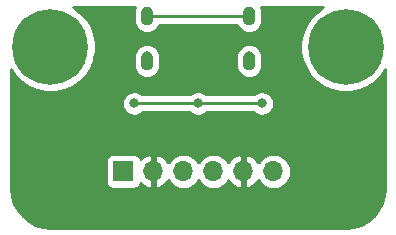
<source format=gbr>
G04 #@! TF.GenerationSoftware,KiCad,Pcbnew,(5.1.2-1)-1*
G04 #@! TF.CreationDate,2020-04-24T16:50:01+02:00*
G04 #@! TF.ProjectId,USB-C-Power-tester,5553422d-432d-4506-9f77-65722d746573,rev?*
G04 #@! TF.SameCoordinates,Original*
G04 #@! TF.FileFunction,Copper,L2,Bot*
G04 #@! TF.FilePolarity,Positive*
%FSLAX46Y46*%
G04 Gerber Fmt 4.6, Leading zero omitted, Abs format (unit mm)*
G04 Created by KiCad (PCBNEW (5.1.2-1)-1) date 2020-04-24 16:50:01*
%MOMM*%
%LPD*%
G04 APERTURE LIST*
%ADD10C,0.100000*%
%ADD11C,1.000000*%
%ADD12C,6.400000*%
%ADD13C,0.800000*%
%ADD14O,1.700000X1.700000*%
%ADD15R,1.700000X1.700000*%
%ADD16C,0.250000*%
%ADD17C,0.254000*%
G04 APERTURE END LIST*
D10*
G36*
X86869010Y-61402408D02*
G01*
X86917546Y-61409607D01*
X86965143Y-61421530D01*
X87011343Y-61438060D01*
X87055699Y-61459039D01*
X87097786Y-61484265D01*
X87137198Y-61513495D01*
X87173554Y-61546447D01*
X87206506Y-61582803D01*
X87235736Y-61622215D01*
X87260962Y-61664302D01*
X87281941Y-61708658D01*
X87298471Y-61754858D01*
X87310394Y-61802455D01*
X87317593Y-61850991D01*
X87320001Y-61900000D01*
X87320001Y-62500000D01*
X87317593Y-62549009D01*
X87310394Y-62597545D01*
X87298471Y-62645142D01*
X87281941Y-62691342D01*
X87260962Y-62735698D01*
X87235736Y-62777785D01*
X87206506Y-62817197D01*
X87173554Y-62853553D01*
X87137198Y-62886505D01*
X87097786Y-62915735D01*
X87055699Y-62940961D01*
X87011343Y-62961940D01*
X86965143Y-62978470D01*
X86917546Y-62990393D01*
X86869010Y-62997592D01*
X86820001Y-63000000D01*
X86819999Y-63000000D01*
X86770990Y-62997592D01*
X86722454Y-62990393D01*
X86674857Y-62978470D01*
X86628657Y-62961940D01*
X86584301Y-62940961D01*
X86542214Y-62915735D01*
X86502802Y-62886505D01*
X86466446Y-62853553D01*
X86433494Y-62817197D01*
X86404264Y-62777785D01*
X86379038Y-62735698D01*
X86358059Y-62691342D01*
X86341529Y-62645142D01*
X86329606Y-62597545D01*
X86322407Y-62549009D01*
X86319999Y-62500000D01*
X86319999Y-61900000D01*
X86322407Y-61850991D01*
X86329606Y-61802455D01*
X86341529Y-61754858D01*
X86358059Y-61708658D01*
X86379038Y-61664302D01*
X86404264Y-61622215D01*
X86433494Y-61582803D01*
X86466446Y-61546447D01*
X86502802Y-61513495D01*
X86542214Y-61484265D01*
X86584301Y-61459039D01*
X86628657Y-61438060D01*
X86674857Y-61421530D01*
X86722454Y-61409607D01*
X86770990Y-61402408D01*
X86819999Y-61400000D01*
X86820001Y-61400000D01*
X86869010Y-61402408D01*
X86869010Y-61402408D01*
G37*
D11*
X86820000Y-62200000D03*
D10*
G36*
X78229010Y-61402408D02*
G01*
X78277546Y-61409607D01*
X78325143Y-61421530D01*
X78371343Y-61438060D01*
X78415699Y-61459039D01*
X78457786Y-61484265D01*
X78497198Y-61513495D01*
X78533554Y-61546447D01*
X78566506Y-61582803D01*
X78595736Y-61622215D01*
X78620962Y-61664302D01*
X78641941Y-61708658D01*
X78658471Y-61754858D01*
X78670394Y-61802455D01*
X78677593Y-61850991D01*
X78680001Y-61900000D01*
X78680001Y-62500000D01*
X78677593Y-62549009D01*
X78670394Y-62597545D01*
X78658471Y-62645142D01*
X78641941Y-62691342D01*
X78620962Y-62735698D01*
X78595736Y-62777785D01*
X78566506Y-62817197D01*
X78533554Y-62853553D01*
X78497198Y-62886505D01*
X78457786Y-62915735D01*
X78415699Y-62940961D01*
X78371343Y-62961940D01*
X78325143Y-62978470D01*
X78277546Y-62990393D01*
X78229010Y-62997592D01*
X78180001Y-63000000D01*
X78179999Y-63000000D01*
X78130990Y-62997592D01*
X78082454Y-62990393D01*
X78034857Y-62978470D01*
X77988657Y-62961940D01*
X77944301Y-62940961D01*
X77902214Y-62915735D01*
X77862802Y-62886505D01*
X77826446Y-62853553D01*
X77793494Y-62817197D01*
X77764264Y-62777785D01*
X77739038Y-62735698D01*
X77718059Y-62691342D01*
X77701529Y-62645142D01*
X77689606Y-62597545D01*
X77682407Y-62549009D01*
X77679999Y-62500000D01*
X77679999Y-61900000D01*
X77682407Y-61850991D01*
X77689606Y-61802455D01*
X77701529Y-61754858D01*
X77718059Y-61708658D01*
X77739038Y-61664302D01*
X77764264Y-61622215D01*
X77793494Y-61582803D01*
X77826446Y-61546447D01*
X77862802Y-61513495D01*
X77902214Y-61484265D01*
X77944301Y-61459039D01*
X77988657Y-61438060D01*
X78034857Y-61421530D01*
X78082454Y-61409607D01*
X78130990Y-61402408D01*
X78179999Y-61400000D01*
X78180001Y-61400000D01*
X78229010Y-61402408D01*
X78229010Y-61402408D01*
G37*
D11*
X78180000Y-62200000D03*
D10*
G36*
X78229010Y-57602408D02*
G01*
X78277546Y-57609607D01*
X78325143Y-57621530D01*
X78371343Y-57638060D01*
X78415699Y-57659039D01*
X78457786Y-57684265D01*
X78497198Y-57713495D01*
X78533554Y-57746447D01*
X78566506Y-57782803D01*
X78595736Y-57822215D01*
X78620962Y-57864302D01*
X78641941Y-57908658D01*
X78658471Y-57954858D01*
X78670394Y-58002455D01*
X78677593Y-58050991D01*
X78680001Y-58100000D01*
X78680001Y-58700000D01*
X78677593Y-58749009D01*
X78670394Y-58797545D01*
X78658471Y-58845142D01*
X78641941Y-58891342D01*
X78620962Y-58935698D01*
X78595736Y-58977785D01*
X78566506Y-59017197D01*
X78533554Y-59053553D01*
X78497198Y-59086505D01*
X78457786Y-59115735D01*
X78415699Y-59140961D01*
X78371343Y-59161940D01*
X78325143Y-59178470D01*
X78277546Y-59190393D01*
X78229010Y-59197592D01*
X78180001Y-59200000D01*
X78179999Y-59200000D01*
X78130990Y-59197592D01*
X78082454Y-59190393D01*
X78034857Y-59178470D01*
X77988657Y-59161940D01*
X77944301Y-59140961D01*
X77902214Y-59115735D01*
X77862802Y-59086505D01*
X77826446Y-59053553D01*
X77793494Y-59017197D01*
X77764264Y-58977785D01*
X77739038Y-58935698D01*
X77718059Y-58891342D01*
X77701529Y-58845142D01*
X77689606Y-58797545D01*
X77682407Y-58749009D01*
X77679999Y-58700000D01*
X77679999Y-58100000D01*
X77682407Y-58050991D01*
X77689606Y-58002455D01*
X77701529Y-57954858D01*
X77718059Y-57908658D01*
X77739038Y-57864302D01*
X77764264Y-57822215D01*
X77793494Y-57782803D01*
X77826446Y-57746447D01*
X77862802Y-57713495D01*
X77902214Y-57684265D01*
X77944301Y-57659039D01*
X77988657Y-57638060D01*
X78034857Y-57621530D01*
X78082454Y-57609607D01*
X78130990Y-57602408D01*
X78179999Y-57600000D01*
X78180001Y-57600000D01*
X78229010Y-57602408D01*
X78229010Y-57602408D01*
G37*
D11*
X78180000Y-58400000D03*
D10*
G36*
X86869010Y-57602408D02*
G01*
X86917546Y-57609607D01*
X86965143Y-57621530D01*
X87011343Y-57638060D01*
X87055699Y-57659039D01*
X87097786Y-57684265D01*
X87137198Y-57713495D01*
X87173554Y-57746447D01*
X87206506Y-57782803D01*
X87235736Y-57822215D01*
X87260962Y-57864302D01*
X87281941Y-57908658D01*
X87298471Y-57954858D01*
X87310394Y-58002455D01*
X87317593Y-58050991D01*
X87320001Y-58100000D01*
X87320001Y-58700000D01*
X87317593Y-58749009D01*
X87310394Y-58797545D01*
X87298471Y-58845142D01*
X87281941Y-58891342D01*
X87260962Y-58935698D01*
X87235736Y-58977785D01*
X87206506Y-59017197D01*
X87173554Y-59053553D01*
X87137198Y-59086505D01*
X87097786Y-59115735D01*
X87055699Y-59140961D01*
X87011343Y-59161940D01*
X86965143Y-59178470D01*
X86917546Y-59190393D01*
X86869010Y-59197592D01*
X86820001Y-59200000D01*
X86819999Y-59200000D01*
X86770990Y-59197592D01*
X86722454Y-59190393D01*
X86674857Y-59178470D01*
X86628657Y-59161940D01*
X86584301Y-59140961D01*
X86542214Y-59115735D01*
X86502802Y-59086505D01*
X86466446Y-59053553D01*
X86433494Y-59017197D01*
X86404264Y-58977785D01*
X86379038Y-58935698D01*
X86358059Y-58891342D01*
X86341529Y-58845142D01*
X86329606Y-58797545D01*
X86322407Y-58749009D01*
X86319999Y-58700000D01*
X86319999Y-58100000D01*
X86322407Y-58050991D01*
X86329606Y-58002455D01*
X86341529Y-57954858D01*
X86358059Y-57908658D01*
X86379038Y-57864302D01*
X86404264Y-57822215D01*
X86433494Y-57782803D01*
X86466446Y-57746447D01*
X86502802Y-57713495D01*
X86542214Y-57684265D01*
X86584301Y-57659039D01*
X86628657Y-57638060D01*
X86674857Y-57621530D01*
X86722454Y-57609607D01*
X86770990Y-57602408D01*
X86819999Y-57600000D01*
X86820001Y-57600000D01*
X86869010Y-57602408D01*
X86869010Y-57602408D01*
G37*
D11*
X86820000Y-58400000D03*
D12*
X95000000Y-61000000D03*
D13*
X71697056Y-59302944D03*
X70000000Y-58600000D03*
X68302944Y-59302944D03*
X67600000Y-61000000D03*
X68302944Y-62697056D03*
X70000000Y-63400000D03*
X71697056Y-62697056D03*
X72400000Y-61000000D03*
D12*
X70000000Y-61000000D03*
D14*
X88870000Y-71550000D03*
X86330000Y-71550000D03*
X83790000Y-71550000D03*
X81250000Y-71550000D03*
X78710000Y-71550000D03*
D15*
X76170000Y-71550000D03*
D11*
X80900000Y-63800000D03*
X84100000Y-63800000D03*
X80900000Y-60600000D03*
X84100000Y-60600000D03*
D13*
X87900000Y-68300000D03*
X77100000Y-68250000D03*
X82500000Y-65800000D03*
X77100000Y-65800000D03*
X87900000Y-65800000D03*
D16*
X78500000Y-65800000D02*
X82500000Y-65800000D01*
X77100000Y-65800000D02*
X78500000Y-65800000D01*
X86500000Y-65800000D02*
X82500000Y-65800000D01*
X87900000Y-65800000D02*
X86500000Y-65800000D01*
X86820000Y-58400000D02*
X78180000Y-58400000D01*
D17*
G36*
X77128558Y-57664479D02*
G01*
X77063795Y-57877973D01*
X77041927Y-58100000D01*
X77041927Y-58700000D01*
X77063795Y-58922027D01*
X77128558Y-59135521D01*
X77233727Y-59332279D01*
X77375261Y-59504738D01*
X77547720Y-59646272D01*
X77744478Y-59751441D01*
X77957972Y-59816204D01*
X78179999Y-59838072D01*
X78180001Y-59838072D01*
X78402028Y-59816204D01*
X78615522Y-59751441D01*
X78812280Y-59646272D01*
X78984739Y-59504738D01*
X79126273Y-59332279D01*
X79218358Y-59160000D01*
X85781642Y-59160000D01*
X85873727Y-59332279D01*
X86015261Y-59504738D01*
X86187720Y-59646272D01*
X86384478Y-59751441D01*
X86597972Y-59816204D01*
X86819999Y-59838072D01*
X86820001Y-59838072D01*
X87042028Y-59816204D01*
X87255522Y-59751441D01*
X87452280Y-59646272D01*
X87624739Y-59504738D01*
X87766273Y-59332279D01*
X87871442Y-59135521D01*
X87936205Y-58922027D01*
X87958073Y-58700000D01*
X87958073Y-58100000D01*
X87936205Y-57877973D01*
X87871442Y-57664479D01*
X87869048Y-57660000D01*
X93095845Y-57660000D01*
X92555330Y-58021161D01*
X92021161Y-58555330D01*
X91601467Y-59183446D01*
X91312377Y-59881372D01*
X91165000Y-60622285D01*
X91165000Y-61377715D01*
X91312377Y-62118628D01*
X91601467Y-62816554D01*
X92021161Y-63444670D01*
X92555330Y-63978839D01*
X93183446Y-64398533D01*
X93881372Y-64687623D01*
X94622285Y-64835000D01*
X95377715Y-64835000D01*
X96118628Y-64687623D01*
X96816554Y-64398533D01*
X97444670Y-63978839D01*
X97978839Y-63444670D01*
X98340001Y-62904154D01*
X98340000Y-72967721D01*
X98273286Y-73648126D01*
X98085057Y-74271570D01*
X97779323Y-74846573D01*
X97367721Y-75351248D01*
X96865933Y-75766362D01*
X96293077Y-76076104D01*
X95670961Y-76268682D01*
X94992417Y-76340000D01*
X70032279Y-76340000D01*
X69351874Y-76273286D01*
X68728430Y-76085057D01*
X68153427Y-75779323D01*
X67648752Y-75367721D01*
X67233638Y-74865933D01*
X66923896Y-74293077D01*
X66731318Y-73670961D01*
X66660000Y-72992417D01*
X66660000Y-70700000D01*
X74681928Y-70700000D01*
X74681928Y-72400000D01*
X74694188Y-72524482D01*
X74730498Y-72644180D01*
X74789463Y-72754494D01*
X74868815Y-72851185D01*
X74965506Y-72930537D01*
X75075820Y-72989502D01*
X75195518Y-73025812D01*
X75320000Y-73038072D01*
X77020000Y-73038072D01*
X77144482Y-73025812D01*
X77264180Y-72989502D01*
X77374494Y-72930537D01*
X77471185Y-72851185D01*
X77550537Y-72754494D01*
X77609502Y-72644180D01*
X77633966Y-72563534D01*
X77709731Y-72647588D01*
X77943080Y-72821641D01*
X78205901Y-72946825D01*
X78353110Y-72991476D01*
X78583000Y-72870155D01*
X78583000Y-71677000D01*
X78563000Y-71677000D01*
X78563000Y-71423000D01*
X78583000Y-71423000D01*
X78583000Y-70229845D01*
X78837000Y-70229845D01*
X78837000Y-71423000D01*
X78857000Y-71423000D01*
X78857000Y-71677000D01*
X78837000Y-71677000D01*
X78837000Y-72870155D01*
X79066890Y-72991476D01*
X79214099Y-72946825D01*
X79476920Y-72821641D01*
X79710269Y-72647588D01*
X79905178Y-72431355D01*
X79974799Y-72314477D01*
X80009294Y-72379014D01*
X80194866Y-72605134D01*
X80420986Y-72790706D01*
X80678966Y-72928599D01*
X80958889Y-73013513D01*
X81177050Y-73035000D01*
X81322950Y-73035000D01*
X81541111Y-73013513D01*
X81821034Y-72928599D01*
X82079014Y-72790706D01*
X82305134Y-72605134D01*
X82490706Y-72379014D01*
X82520000Y-72324209D01*
X82549294Y-72379014D01*
X82734866Y-72605134D01*
X82960986Y-72790706D01*
X83218966Y-72928599D01*
X83498889Y-73013513D01*
X83717050Y-73035000D01*
X83862950Y-73035000D01*
X84081111Y-73013513D01*
X84361034Y-72928599D01*
X84619014Y-72790706D01*
X84845134Y-72605134D01*
X85030706Y-72379014D01*
X85065201Y-72314477D01*
X85134822Y-72431355D01*
X85329731Y-72647588D01*
X85563080Y-72821641D01*
X85825901Y-72946825D01*
X85973110Y-72991476D01*
X86203000Y-72870155D01*
X86203000Y-71677000D01*
X86183000Y-71677000D01*
X86183000Y-71423000D01*
X86203000Y-71423000D01*
X86203000Y-70229845D01*
X86457000Y-70229845D01*
X86457000Y-71423000D01*
X86477000Y-71423000D01*
X86477000Y-71677000D01*
X86457000Y-71677000D01*
X86457000Y-72870155D01*
X86686890Y-72991476D01*
X86834099Y-72946825D01*
X87096920Y-72821641D01*
X87330269Y-72647588D01*
X87525178Y-72431355D01*
X87594799Y-72314477D01*
X87629294Y-72379014D01*
X87814866Y-72605134D01*
X88040986Y-72790706D01*
X88298966Y-72928599D01*
X88578889Y-73013513D01*
X88797050Y-73035000D01*
X88942950Y-73035000D01*
X89161111Y-73013513D01*
X89441034Y-72928599D01*
X89699014Y-72790706D01*
X89925134Y-72605134D01*
X90110706Y-72379014D01*
X90248599Y-72121034D01*
X90333513Y-71841111D01*
X90362185Y-71550000D01*
X90333513Y-71258889D01*
X90248599Y-70978966D01*
X90110706Y-70720986D01*
X89925134Y-70494866D01*
X89699014Y-70309294D01*
X89441034Y-70171401D01*
X89161111Y-70086487D01*
X88942950Y-70065000D01*
X88797050Y-70065000D01*
X88578889Y-70086487D01*
X88298966Y-70171401D01*
X88040986Y-70309294D01*
X87814866Y-70494866D01*
X87629294Y-70720986D01*
X87594799Y-70785523D01*
X87525178Y-70668645D01*
X87330269Y-70452412D01*
X87096920Y-70278359D01*
X86834099Y-70153175D01*
X86686890Y-70108524D01*
X86457000Y-70229845D01*
X86203000Y-70229845D01*
X85973110Y-70108524D01*
X85825901Y-70153175D01*
X85563080Y-70278359D01*
X85329731Y-70452412D01*
X85134822Y-70668645D01*
X85065201Y-70785523D01*
X85030706Y-70720986D01*
X84845134Y-70494866D01*
X84619014Y-70309294D01*
X84361034Y-70171401D01*
X84081111Y-70086487D01*
X83862950Y-70065000D01*
X83717050Y-70065000D01*
X83498889Y-70086487D01*
X83218966Y-70171401D01*
X82960986Y-70309294D01*
X82734866Y-70494866D01*
X82549294Y-70720986D01*
X82520000Y-70775791D01*
X82490706Y-70720986D01*
X82305134Y-70494866D01*
X82079014Y-70309294D01*
X81821034Y-70171401D01*
X81541111Y-70086487D01*
X81322950Y-70065000D01*
X81177050Y-70065000D01*
X80958889Y-70086487D01*
X80678966Y-70171401D01*
X80420986Y-70309294D01*
X80194866Y-70494866D01*
X80009294Y-70720986D01*
X79974799Y-70785523D01*
X79905178Y-70668645D01*
X79710269Y-70452412D01*
X79476920Y-70278359D01*
X79214099Y-70153175D01*
X79066890Y-70108524D01*
X78837000Y-70229845D01*
X78583000Y-70229845D01*
X78353110Y-70108524D01*
X78205901Y-70153175D01*
X77943080Y-70278359D01*
X77709731Y-70452412D01*
X77633966Y-70536466D01*
X77609502Y-70455820D01*
X77550537Y-70345506D01*
X77471185Y-70248815D01*
X77374494Y-70169463D01*
X77264180Y-70110498D01*
X77144482Y-70074188D01*
X77020000Y-70061928D01*
X75320000Y-70061928D01*
X75195518Y-70074188D01*
X75075820Y-70110498D01*
X74965506Y-70169463D01*
X74868815Y-70248815D01*
X74789463Y-70345506D01*
X74730498Y-70455820D01*
X74694188Y-70575518D01*
X74681928Y-70700000D01*
X66660000Y-70700000D01*
X66660000Y-65698061D01*
X76065000Y-65698061D01*
X76065000Y-65901939D01*
X76104774Y-66101898D01*
X76182795Y-66290256D01*
X76296063Y-66459774D01*
X76440226Y-66603937D01*
X76609744Y-66717205D01*
X76798102Y-66795226D01*
X76998061Y-66835000D01*
X77201939Y-66835000D01*
X77401898Y-66795226D01*
X77590256Y-66717205D01*
X77759774Y-66603937D01*
X77803711Y-66560000D01*
X81796289Y-66560000D01*
X81840226Y-66603937D01*
X82009744Y-66717205D01*
X82198102Y-66795226D01*
X82398061Y-66835000D01*
X82601939Y-66835000D01*
X82801898Y-66795226D01*
X82990256Y-66717205D01*
X83159774Y-66603937D01*
X83203711Y-66560000D01*
X87196289Y-66560000D01*
X87240226Y-66603937D01*
X87409744Y-66717205D01*
X87598102Y-66795226D01*
X87798061Y-66835000D01*
X88001939Y-66835000D01*
X88201898Y-66795226D01*
X88390256Y-66717205D01*
X88559774Y-66603937D01*
X88703937Y-66459774D01*
X88817205Y-66290256D01*
X88895226Y-66101898D01*
X88935000Y-65901939D01*
X88935000Y-65698061D01*
X88895226Y-65498102D01*
X88817205Y-65309744D01*
X88703937Y-65140226D01*
X88559774Y-64996063D01*
X88390256Y-64882795D01*
X88201898Y-64804774D01*
X88001939Y-64765000D01*
X87798061Y-64765000D01*
X87598102Y-64804774D01*
X87409744Y-64882795D01*
X87240226Y-64996063D01*
X87196289Y-65040000D01*
X83203711Y-65040000D01*
X83159774Y-64996063D01*
X82990256Y-64882795D01*
X82801898Y-64804774D01*
X82601939Y-64765000D01*
X82398061Y-64765000D01*
X82198102Y-64804774D01*
X82009744Y-64882795D01*
X81840226Y-64996063D01*
X81796289Y-65040000D01*
X77803711Y-65040000D01*
X77759774Y-64996063D01*
X77590256Y-64882795D01*
X77401898Y-64804774D01*
X77201939Y-64765000D01*
X76998061Y-64765000D01*
X76798102Y-64804774D01*
X76609744Y-64882795D01*
X76440226Y-64996063D01*
X76296063Y-65140226D01*
X76182795Y-65309744D01*
X76104774Y-65498102D01*
X76065000Y-65698061D01*
X66660000Y-65698061D01*
X66660000Y-62904155D01*
X67021161Y-63444670D01*
X67555330Y-63978839D01*
X68183446Y-64398533D01*
X68881372Y-64687623D01*
X69622285Y-64835000D01*
X70377715Y-64835000D01*
X71118628Y-64687623D01*
X71816554Y-64398533D01*
X72444670Y-63978839D01*
X72978839Y-63444670D01*
X73398533Y-62816554D01*
X73687623Y-62118628D01*
X73731110Y-61900000D01*
X77041927Y-61900000D01*
X77041927Y-62500000D01*
X77063795Y-62722027D01*
X77128558Y-62935521D01*
X77233727Y-63132279D01*
X77375261Y-63304738D01*
X77547720Y-63446272D01*
X77744478Y-63551441D01*
X77957972Y-63616204D01*
X78179999Y-63638072D01*
X78180001Y-63638072D01*
X78402028Y-63616204D01*
X78615522Y-63551441D01*
X78812280Y-63446272D01*
X78984739Y-63304738D01*
X79126273Y-63132279D01*
X79231442Y-62935521D01*
X79296205Y-62722027D01*
X79318073Y-62500000D01*
X79318073Y-61900000D01*
X85681927Y-61900000D01*
X85681927Y-62500000D01*
X85703795Y-62722027D01*
X85768558Y-62935521D01*
X85873727Y-63132279D01*
X86015261Y-63304738D01*
X86187720Y-63446272D01*
X86384478Y-63551441D01*
X86597972Y-63616204D01*
X86819999Y-63638072D01*
X86820001Y-63638072D01*
X87042028Y-63616204D01*
X87255522Y-63551441D01*
X87452280Y-63446272D01*
X87624739Y-63304738D01*
X87766273Y-63132279D01*
X87871442Y-62935521D01*
X87936205Y-62722027D01*
X87958073Y-62500000D01*
X87958073Y-61900000D01*
X87936205Y-61677973D01*
X87871442Y-61464479D01*
X87766273Y-61267721D01*
X87624739Y-61095262D01*
X87452280Y-60953728D01*
X87255522Y-60848559D01*
X87042028Y-60783796D01*
X86820001Y-60761928D01*
X86819999Y-60761928D01*
X86597972Y-60783796D01*
X86384478Y-60848559D01*
X86187720Y-60953728D01*
X86015261Y-61095262D01*
X85873727Y-61267721D01*
X85768558Y-61464479D01*
X85703795Y-61677973D01*
X85681927Y-61900000D01*
X79318073Y-61900000D01*
X79296205Y-61677973D01*
X79231442Y-61464479D01*
X79126273Y-61267721D01*
X78984739Y-61095262D01*
X78812280Y-60953728D01*
X78615522Y-60848559D01*
X78402028Y-60783796D01*
X78180001Y-60761928D01*
X78179999Y-60761928D01*
X77957972Y-60783796D01*
X77744478Y-60848559D01*
X77547720Y-60953728D01*
X77375261Y-61095262D01*
X77233727Y-61267721D01*
X77128558Y-61464479D01*
X77063795Y-61677973D01*
X77041927Y-61900000D01*
X73731110Y-61900000D01*
X73835000Y-61377715D01*
X73835000Y-60622285D01*
X73687623Y-59881372D01*
X73398533Y-59183446D01*
X72978839Y-58555330D01*
X72444670Y-58021161D01*
X71904155Y-57660000D01*
X77130952Y-57660000D01*
X77128558Y-57664479D01*
X77128558Y-57664479D01*
G37*
X77128558Y-57664479D02*
X77063795Y-57877973D01*
X77041927Y-58100000D01*
X77041927Y-58700000D01*
X77063795Y-58922027D01*
X77128558Y-59135521D01*
X77233727Y-59332279D01*
X77375261Y-59504738D01*
X77547720Y-59646272D01*
X77744478Y-59751441D01*
X77957972Y-59816204D01*
X78179999Y-59838072D01*
X78180001Y-59838072D01*
X78402028Y-59816204D01*
X78615522Y-59751441D01*
X78812280Y-59646272D01*
X78984739Y-59504738D01*
X79126273Y-59332279D01*
X79218358Y-59160000D01*
X85781642Y-59160000D01*
X85873727Y-59332279D01*
X86015261Y-59504738D01*
X86187720Y-59646272D01*
X86384478Y-59751441D01*
X86597972Y-59816204D01*
X86819999Y-59838072D01*
X86820001Y-59838072D01*
X87042028Y-59816204D01*
X87255522Y-59751441D01*
X87452280Y-59646272D01*
X87624739Y-59504738D01*
X87766273Y-59332279D01*
X87871442Y-59135521D01*
X87936205Y-58922027D01*
X87958073Y-58700000D01*
X87958073Y-58100000D01*
X87936205Y-57877973D01*
X87871442Y-57664479D01*
X87869048Y-57660000D01*
X93095845Y-57660000D01*
X92555330Y-58021161D01*
X92021161Y-58555330D01*
X91601467Y-59183446D01*
X91312377Y-59881372D01*
X91165000Y-60622285D01*
X91165000Y-61377715D01*
X91312377Y-62118628D01*
X91601467Y-62816554D01*
X92021161Y-63444670D01*
X92555330Y-63978839D01*
X93183446Y-64398533D01*
X93881372Y-64687623D01*
X94622285Y-64835000D01*
X95377715Y-64835000D01*
X96118628Y-64687623D01*
X96816554Y-64398533D01*
X97444670Y-63978839D01*
X97978839Y-63444670D01*
X98340001Y-62904154D01*
X98340000Y-72967721D01*
X98273286Y-73648126D01*
X98085057Y-74271570D01*
X97779323Y-74846573D01*
X97367721Y-75351248D01*
X96865933Y-75766362D01*
X96293077Y-76076104D01*
X95670961Y-76268682D01*
X94992417Y-76340000D01*
X70032279Y-76340000D01*
X69351874Y-76273286D01*
X68728430Y-76085057D01*
X68153427Y-75779323D01*
X67648752Y-75367721D01*
X67233638Y-74865933D01*
X66923896Y-74293077D01*
X66731318Y-73670961D01*
X66660000Y-72992417D01*
X66660000Y-70700000D01*
X74681928Y-70700000D01*
X74681928Y-72400000D01*
X74694188Y-72524482D01*
X74730498Y-72644180D01*
X74789463Y-72754494D01*
X74868815Y-72851185D01*
X74965506Y-72930537D01*
X75075820Y-72989502D01*
X75195518Y-73025812D01*
X75320000Y-73038072D01*
X77020000Y-73038072D01*
X77144482Y-73025812D01*
X77264180Y-72989502D01*
X77374494Y-72930537D01*
X77471185Y-72851185D01*
X77550537Y-72754494D01*
X77609502Y-72644180D01*
X77633966Y-72563534D01*
X77709731Y-72647588D01*
X77943080Y-72821641D01*
X78205901Y-72946825D01*
X78353110Y-72991476D01*
X78583000Y-72870155D01*
X78583000Y-71677000D01*
X78563000Y-71677000D01*
X78563000Y-71423000D01*
X78583000Y-71423000D01*
X78583000Y-70229845D01*
X78837000Y-70229845D01*
X78837000Y-71423000D01*
X78857000Y-71423000D01*
X78857000Y-71677000D01*
X78837000Y-71677000D01*
X78837000Y-72870155D01*
X79066890Y-72991476D01*
X79214099Y-72946825D01*
X79476920Y-72821641D01*
X79710269Y-72647588D01*
X79905178Y-72431355D01*
X79974799Y-72314477D01*
X80009294Y-72379014D01*
X80194866Y-72605134D01*
X80420986Y-72790706D01*
X80678966Y-72928599D01*
X80958889Y-73013513D01*
X81177050Y-73035000D01*
X81322950Y-73035000D01*
X81541111Y-73013513D01*
X81821034Y-72928599D01*
X82079014Y-72790706D01*
X82305134Y-72605134D01*
X82490706Y-72379014D01*
X82520000Y-72324209D01*
X82549294Y-72379014D01*
X82734866Y-72605134D01*
X82960986Y-72790706D01*
X83218966Y-72928599D01*
X83498889Y-73013513D01*
X83717050Y-73035000D01*
X83862950Y-73035000D01*
X84081111Y-73013513D01*
X84361034Y-72928599D01*
X84619014Y-72790706D01*
X84845134Y-72605134D01*
X85030706Y-72379014D01*
X85065201Y-72314477D01*
X85134822Y-72431355D01*
X85329731Y-72647588D01*
X85563080Y-72821641D01*
X85825901Y-72946825D01*
X85973110Y-72991476D01*
X86203000Y-72870155D01*
X86203000Y-71677000D01*
X86183000Y-71677000D01*
X86183000Y-71423000D01*
X86203000Y-71423000D01*
X86203000Y-70229845D01*
X86457000Y-70229845D01*
X86457000Y-71423000D01*
X86477000Y-71423000D01*
X86477000Y-71677000D01*
X86457000Y-71677000D01*
X86457000Y-72870155D01*
X86686890Y-72991476D01*
X86834099Y-72946825D01*
X87096920Y-72821641D01*
X87330269Y-72647588D01*
X87525178Y-72431355D01*
X87594799Y-72314477D01*
X87629294Y-72379014D01*
X87814866Y-72605134D01*
X88040986Y-72790706D01*
X88298966Y-72928599D01*
X88578889Y-73013513D01*
X88797050Y-73035000D01*
X88942950Y-73035000D01*
X89161111Y-73013513D01*
X89441034Y-72928599D01*
X89699014Y-72790706D01*
X89925134Y-72605134D01*
X90110706Y-72379014D01*
X90248599Y-72121034D01*
X90333513Y-71841111D01*
X90362185Y-71550000D01*
X90333513Y-71258889D01*
X90248599Y-70978966D01*
X90110706Y-70720986D01*
X89925134Y-70494866D01*
X89699014Y-70309294D01*
X89441034Y-70171401D01*
X89161111Y-70086487D01*
X88942950Y-70065000D01*
X88797050Y-70065000D01*
X88578889Y-70086487D01*
X88298966Y-70171401D01*
X88040986Y-70309294D01*
X87814866Y-70494866D01*
X87629294Y-70720986D01*
X87594799Y-70785523D01*
X87525178Y-70668645D01*
X87330269Y-70452412D01*
X87096920Y-70278359D01*
X86834099Y-70153175D01*
X86686890Y-70108524D01*
X86457000Y-70229845D01*
X86203000Y-70229845D01*
X85973110Y-70108524D01*
X85825901Y-70153175D01*
X85563080Y-70278359D01*
X85329731Y-70452412D01*
X85134822Y-70668645D01*
X85065201Y-70785523D01*
X85030706Y-70720986D01*
X84845134Y-70494866D01*
X84619014Y-70309294D01*
X84361034Y-70171401D01*
X84081111Y-70086487D01*
X83862950Y-70065000D01*
X83717050Y-70065000D01*
X83498889Y-70086487D01*
X83218966Y-70171401D01*
X82960986Y-70309294D01*
X82734866Y-70494866D01*
X82549294Y-70720986D01*
X82520000Y-70775791D01*
X82490706Y-70720986D01*
X82305134Y-70494866D01*
X82079014Y-70309294D01*
X81821034Y-70171401D01*
X81541111Y-70086487D01*
X81322950Y-70065000D01*
X81177050Y-70065000D01*
X80958889Y-70086487D01*
X80678966Y-70171401D01*
X80420986Y-70309294D01*
X80194866Y-70494866D01*
X80009294Y-70720986D01*
X79974799Y-70785523D01*
X79905178Y-70668645D01*
X79710269Y-70452412D01*
X79476920Y-70278359D01*
X79214099Y-70153175D01*
X79066890Y-70108524D01*
X78837000Y-70229845D01*
X78583000Y-70229845D01*
X78353110Y-70108524D01*
X78205901Y-70153175D01*
X77943080Y-70278359D01*
X77709731Y-70452412D01*
X77633966Y-70536466D01*
X77609502Y-70455820D01*
X77550537Y-70345506D01*
X77471185Y-70248815D01*
X77374494Y-70169463D01*
X77264180Y-70110498D01*
X77144482Y-70074188D01*
X77020000Y-70061928D01*
X75320000Y-70061928D01*
X75195518Y-70074188D01*
X75075820Y-70110498D01*
X74965506Y-70169463D01*
X74868815Y-70248815D01*
X74789463Y-70345506D01*
X74730498Y-70455820D01*
X74694188Y-70575518D01*
X74681928Y-70700000D01*
X66660000Y-70700000D01*
X66660000Y-65698061D01*
X76065000Y-65698061D01*
X76065000Y-65901939D01*
X76104774Y-66101898D01*
X76182795Y-66290256D01*
X76296063Y-66459774D01*
X76440226Y-66603937D01*
X76609744Y-66717205D01*
X76798102Y-66795226D01*
X76998061Y-66835000D01*
X77201939Y-66835000D01*
X77401898Y-66795226D01*
X77590256Y-66717205D01*
X77759774Y-66603937D01*
X77803711Y-66560000D01*
X81796289Y-66560000D01*
X81840226Y-66603937D01*
X82009744Y-66717205D01*
X82198102Y-66795226D01*
X82398061Y-66835000D01*
X82601939Y-66835000D01*
X82801898Y-66795226D01*
X82990256Y-66717205D01*
X83159774Y-66603937D01*
X83203711Y-66560000D01*
X87196289Y-66560000D01*
X87240226Y-66603937D01*
X87409744Y-66717205D01*
X87598102Y-66795226D01*
X87798061Y-66835000D01*
X88001939Y-66835000D01*
X88201898Y-66795226D01*
X88390256Y-66717205D01*
X88559774Y-66603937D01*
X88703937Y-66459774D01*
X88817205Y-66290256D01*
X88895226Y-66101898D01*
X88935000Y-65901939D01*
X88935000Y-65698061D01*
X88895226Y-65498102D01*
X88817205Y-65309744D01*
X88703937Y-65140226D01*
X88559774Y-64996063D01*
X88390256Y-64882795D01*
X88201898Y-64804774D01*
X88001939Y-64765000D01*
X87798061Y-64765000D01*
X87598102Y-64804774D01*
X87409744Y-64882795D01*
X87240226Y-64996063D01*
X87196289Y-65040000D01*
X83203711Y-65040000D01*
X83159774Y-64996063D01*
X82990256Y-64882795D01*
X82801898Y-64804774D01*
X82601939Y-64765000D01*
X82398061Y-64765000D01*
X82198102Y-64804774D01*
X82009744Y-64882795D01*
X81840226Y-64996063D01*
X81796289Y-65040000D01*
X77803711Y-65040000D01*
X77759774Y-64996063D01*
X77590256Y-64882795D01*
X77401898Y-64804774D01*
X77201939Y-64765000D01*
X76998061Y-64765000D01*
X76798102Y-64804774D01*
X76609744Y-64882795D01*
X76440226Y-64996063D01*
X76296063Y-65140226D01*
X76182795Y-65309744D01*
X76104774Y-65498102D01*
X76065000Y-65698061D01*
X66660000Y-65698061D01*
X66660000Y-62904155D01*
X67021161Y-63444670D01*
X67555330Y-63978839D01*
X68183446Y-64398533D01*
X68881372Y-64687623D01*
X69622285Y-64835000D01*
X70377715Y-64835000D01*
X71118628Y-64687623D01*
X71816554Y-64398533D01*
X72444670Y-63978839D01*
X72978839Y-63444670D01*
X73398533Y-62816554D01*
X73687623Y-62118628D01*
X73731110Y-61900000D01*
X77041927Y-61900000D01*
X77041927Y-62500000D01*
X77063795Y-62722027D01*
X77128558Y-62935521D01*
X77233727Y-63132279D01*
X77375261Y-63304738D01*
X77547720Y-63446272D01*
X77744478Y-63551441D01*
X77957972Y-63616204D01*
X78179999Y-63638072D01*
X78180001Y-63638072D01*
X78402028Y-63616204D01*
X78615522Y-63551441D01*
X78812280Y-63446272D01*
X78984739Y-63304738D01*
X79126273Y-63132279D01*
X79231442Y-62935521D01*
X79296205Y-62722027D01*
X79318073Y-62500000D01*
X79318073Y-61900000D01*
X85681927Y-61900000D01*
X85681927Y-62500000D01*
X85703795Y-62722027D01*
X85768558Y-62935521D01*
X85873727Y-63132279D01*
X86015261Y-63304738D01*
X86187720Y-63446272D01*
X86384478Y-63551441D01*
X86597972Y-63616204D01*
X86819999Y-63638072D01*
X86820001Y-63638072D01*
X87042028Y-63616204D01*
X87255522Y-63551441D01*
X87452280Y-63446272D01*
X87624739Y-63304738D01*
X87766273Y-63132279D01*
X87871442Y-62935521D01*
X87936205Y-62722027D01*
X87958073Y-62500000D01*
X87958073Y-61900000D01*
X87936205Y-61677973D01*
X87871442Y-61464479D01*
X87766273Y-61267721D01*
X87624739Y-61095262D01*
X87452280Y-60953728D01*
X87255522Y-60848559D01*
X87042028Y-60783796D01*
X86820001Y-60761928D01*
X86819999Y-60761928D01*
X86597972Y-60783796D01*
X86384478Y-60848559D01*
X86187720Y-60953728D01*
X86015261Y-61095262D01*
X85873727Y-61267721D01*
X85768558Y-61464479D01*
X85703795Y-61677973D01*
X85681927Y-61900000D01*
X79318073Y-61900000D01*
X79296205Y-61677973D01*
X79231442Y-61464479D01*
X79126273Y-61267721D01*
X78984739Y-61095262D01*
X78812280Y-60953728D01*
X78615522Y-60848559D01*
X78402028Y-60783796D01*
X78180001Y-60761928D01*
X78179999Y-60761928D01*
X77957972Y-60783796D01*
X77744478Y-60848559D01*
X77547720Y-60953728D01*
X77375261Y-61095262D01*
X77233727Y-61267721D01*
X77128558Y-61464479D01*
X77063795Y-61677973D01*
X77041927Y-61900000D01*
X73731110Y-61900000D01*
X73835000Y-61377715D01*
X73835000Y-60622285D01*
X73687623Y-59881372D01*
X73398533Y-59183446D01*
X72978839Y-58555330D01*
X72444670Y-58021161D01*
X71904155Y-57660000D01*
X77130952Y-57660000D01*
X77128558Y-57664479D01*
M02*

</source>
